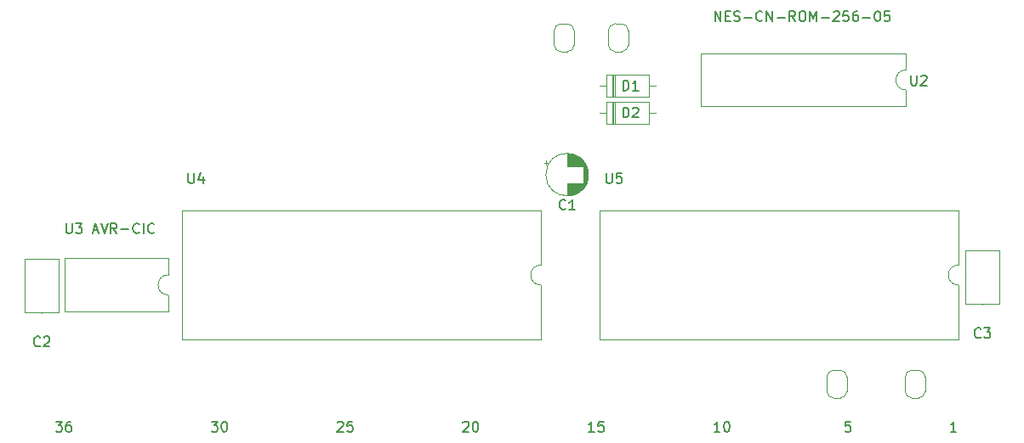
<source format=gbr>
%TF.GenerationSoftware,KiCad,Pcbnew,(5.1.9)-1*%
%TF.CreationDate,2022-04-25T20:02:03-07:00*%
%TF.ProjectId,NES-CN-ROM-256-05,4e45532d-434e-42d5-924f-4d2d3235362d,v01*%
%TF.SameCoordinates,Original*%
%TF.FileFunction,Legend,Top*%
%TF.FilePolarity,Positive*%
%FSLAX46Y46*%
G04 Gerber Fmt 4.6, Leading zero omitted, Abs format (unit mm)*
G04 Created by KiCad (PCBNEW (5.1.9)-1) date 2022-04-25 20:02:03*
%MOMM*%
%LPD*%
G01*
G04 APERTURE LIST*
%ADD10C,0.150000*%
%ADD11C,0.120000*%
G04 APERTURE END LIST*
D10*
X183809523Y-72252380D02*
X183809523Y-71252380D01*
X184380952Y-72252380D01*
X184380952Y-71252380D01*
X184857142Y-71728571D02*
X185190476Y-71728571D01*
X185333333Y-72252380D02*
X184857142Y-72252380D01*
X184857142Y-71252380D01*
X185333333Y-71252380D01*
X185714285Y-72204761D02*
X185857142Y-72252380D01*
X186095238Y-72252380D01*
X186190476Y-72204761D01*
X186238095Y-72157142D01*
X186285714Y-72061904D01*
X186285714Y-71966666D01*
X186238095Y-71871428D01*
X186190476Y-71823809D01*
X186095238Y-71776190D01*
X185904761Y-71728571D01*
X185809523Y-71680952D01*
X185761904Y-71633333D01*
X185714285Y-71538095D01*
X185714285Y-71442857D01*
X185761904Y-71347619D01*
X185809523Y-71300000D01*
X185904761Y-71252380D01*
X186142857Y-71252380D01*
X186285714Y-71300000D01*
X186714285Y-71871428D02*
X187476190Y-71871428D01*
X188523809Y-72157142D02*
X188476190Y-72204761D01*
X188333333Y-72252380D01*
X188238095Y-72252380D01*
X188095238Y-72204761D01*
X188000000Y-72109523D01*
X187952380Y-72014285D01*
X187904761Y-71823809D01*
X187904761Y-71680952D01*
X187952380Y-71490476D01*
X188000000Y-71395238D01*
X188095238Y-71300000D01*
X188238095Y-71252380D01*
X188333333Y-71252380D01*
X188476190Y-71300000D01*
X188523809Y-71347619D01*
X188952380Y-72252380D02*
X188952380Y-71252380D01*
X189523809Y-72252380D01*
X189523809Y-71252380D01*
X190000000Y-71871428D02*
X190761904Y-71871428D01*
X191809523Y-72252380D02*
X191476190Y-71776190D01*
X191238095Y-72252380D02*
X191238095Y-71252380D01*
X191619047Y-71252380D01*
X191714285Y-71300000D01*
X191761904Y-71347619D01*
X191809523Y-71442857D01*
X191809523Y-71585714D01*
X191761904Y-71680952D01*
X191714285Y-71728571D01*
X191619047Y-71776190D01*
X191238095Y-71776190D01*
X192428571Y-71252380D02*
X192619047Y-71252380D01*
X192714285Y-71300000D01*
X192809523Y-71395238D01*
X192857142Y-71585714D01*
X192857142Y-71919047D01*
X192809523Y-72109523D01*
X192714285Y-72204761D01*
X192619047Y-72252380D01*
X192428571Y-72252380D01*
X192333333Y-72204761D01*
X192238095Y-72109523D01*
X192190476Y-71919047D01*
X192190476Y-71585714D01*
X192238095Y-71395238D01*
X192333333Y-71300000D01*
X192428571Y-71252380D01*
X193285714Y-72252380D02*
X193285714Y-71252380D01*
X193619047Y-71966666D01*
X193952380Y-71252380D01*
X193952380Y-72252380D01*
X194428571Y-71871428D02*
X195190476Y-71871428D01*
X195619047Y-71347619D02*
X195666666Y-71300000D01*
X195761904Y-71252380D01*
X196000000Y-71252380D01*
X196095238Y-71300000D01*
X196142857Y-71347619D01*
X196190476Y-71442857D01*
X196190476Y-71538095D01*
X196142857Y-71680952D01*
X195571428Y-72252380D01*
X196190476Y-72252380D01*
X197095238Y-71252380D02*
X196619047Y-71252380D01*
X196571428Y-71728571D01*
X196619047Y-71680952D01*
X196714285Y-71633333D01*
X196952380Y-71633333D01*
X197047619Y-71680952D01*
X197095238Y-71728571D01*
X197142857Y-71823809D01*
X197142857Y-72061904D01*
X197095238Y-72157142D01*
X197047619Y-72204761D01*
X196952380Y-72252380D01*
X196714285Y-72252380D01*
X196619047Y-72204761D01*
X196571428Y-72157142D01*
X198000000Y-71252380D02*
X197809523Y-71252380D01*
X197714285Y-71300000D01*
X197666666Y-71347619D01*
X197571428Y-71490476D01*
X197523809Y-71680952D01*
X197523809Y-72061904D01*
X197571428Y-72157142D01*
X197619047Y-72204761D01*
X197714285Y-72252380D01*
X197904761Y-72252380D01*
X198000000Y-72204761D01*
X198047619Y-72157142D01*
X198095238Y-72061904D01*
X198095238Y-71823809D01*
X198047619Y-71728571D01*
X198000000Y-71680952D01*
X197904761Y-71633333D01*
X197714285Y-71633333D01*
X197619047Y-71680952D01*
X197571428Y-71728571D01*
X197523809Y-71823809D01*
X198523809Y-71871428D02*
X199285714Y-71871428D01*
X199952380Y-71252380D02*
X200047619Y-71252380D01*
X200142857Y-71300000D01*
X200190476Y-71347619D01*
X200238095Y-71442857D01*
X200285714Y-71633333D01*
X200285714Y-71871428D01*
X200238095Y-72061904D01*
X200190476Y-72157142D01*
X200142857Y-72204761D01*
X200047619Y-72252380D01*
X199952380Y-72252380D01*
X199857142Y-72204761D01*
X199809523Y-72157142D01*
X199761904Y-72061904D01*
X199714285Y-71871428D01*
X199714285Y-71633333D01*
X199761904Y-71442857D01*
X199809523Y-71347619D01*
X199857142Y-71300000D01*
X199952380Y-71252380D01*
X201190476Y-71252380D02*
X200714285Y-71252380D01*
X200666666Y-71728571D01*
X200714285Y-71680952D01*
X200809523Y-71633333D01*
X201047619Y-71633333D01*
X201142857Y-71680952D01*
X201190476Y-71728571D01*
X201238095Y-71823809D01*
X201238095Y-72061904D01*
X201190476Y-72157142D01*
X201142857Y-72204761D01*
X201047619Y-72252380D01*
X200809523Y-72252380D01*
X200714285Y-72204761D01*
X200666666Y-72157142D01*
X118190476Y-112202380D02*
X118809523Y-112202380D01*
X118476190Y-112583333D01*
X118619047Y-112583333D01*
X118714285Y-112630952D01*
X118761904Y-112678571D01*
X118809523Y-112773809D01*
X118809523Y-113011904D01*
X118761904Y-113107142D01*
X118714285Y-113154761D01*
X118619047Y-113202380D01*
X118333333Y-113202380D01*
X118238095Y-113154761D01*
X118190476Y-113107142D01*
X119666666Y-112202380D02*
X119476190Y-112202380D01*
X119380952Y-112250000D01*
X119333333Y-112297619D01*
X119238095Y-112440476D01*
X119190476Y-112630952D01*
X119190476Y-113011904D01*
X119238095Y-113107142D01*
X119285714Y-113154761D01*
X119380952Y-113202380D01*
X119571428Y-113202380D01*
X119666666Y-113154761D01*
X119714285Y-113107142D01*
X119761904Y-113011904D01*
X119761904Y-112773809D01*
X119714285Y-112678571D01*
X119666666Y-112630952D01*
X119571428Y-112583333D01*
X119380952Y-112583333D01*
X119285714Y-112630952D01*
X119238095Y-112678571D01*
X119190476Y-112773809D01*
X133690476Y-112202380D02*
X134309523Y-112202380D01*
X133976190Y-112583333D01*
X134119047Y-112583333D01*
X134214285Y-112630952D01*
X134261904Y-112678571D01*
X134309523Y-112773809D01*
X134309523Y-113011904D01*
X134261904Y-113107142D01*
X134214285Y-113154761D01*
X134119047Y-113202380D01*
X133833333Y-113202380D01*
X133738095Y-113154761D01*
X133690476Y-113107142D01*
X134928571Y-112202380D02*
X135023809Y-112202380D01*
X135119047Y-112250000D01*
X135166666Y-112297619D01*
X135214285Y-112392857D01*
X135261904Y-112583333D01*
X135261904Y-112821428D01*
X135214285Y-113011904D01*
X135166666Y-113107142D01*
X135119047Y-113154761D01*
X135023809Y-113202380D01*
X134928571Y-113202380D01*
X134833333Y-113154761D01*
X134785714Y-113107142D01*
X134738095Y-113011904D01*
X134690476Y-112821428D01*
X134690476Y-112583333D01*
X134738095Y-112392857D01*
X134785714Y-112297619D01*
X134833333Y-112250000D01*
X134928571Y-112202380D01*
X146238095Y-112297619D02*
X146285714Y-112250000D01*
X146380952Y-112202380D01*
X146619047Y-112202380D01*
X146714285Y-112250000D01*
X146761904Y-112297619D01*
X146809523Y-112392857D01*
X146809523Y-112488095D01*
X146761904Y-112630952D01*
X146190476Y-113202380D01*
X146809523Y-113202380D01*
X147714285Y-112202380D02*
X147238095Y-112202380D01*
X147190476Y-112678571D01*
X147238095Y-112630952D01*
X147333333Y-112583333D01*
X147571428Y-112583333D01*
X147666666Y-112630952D01*
X147714285Y-112678571D01*
X147761904Y-112773809D01*
X147761904Y-113011904D01*
X147714285Y-113107142D01*
X147666666Y-113154761D01*
X147571428Y-113202380D01*
X147333333Y-113202380D01*
X147238095Y-113154761D01*
X147190476Y-113107142D01*
X158738095Y-112297619D02*
X158785714Y-112250000D01*
X158880952Y-112202380D01*
X159119047Y-112202380D01*
X159214285Y-112250000D01*
X159261904Y-112297619D01*
X159309523Y-112392857D01*
X159309523Y-112488095D01*
X159261904Y-112630952D01*
X158690476Y-113202380D01*
X159309523Y-113202380D01*
X159928571Y-112202380D02*
X160023809Y-112202380D01*
X160119047Y-112250000D01*
X160166666Y-112297619D01*
X160214285Y-112392857D01*
X160261904Y-112583333D01*
X160261904Y-112821428D01*
X160214285Y-113011904D01*
X160166666Y-113107142D01*
X160119047Y-113154761D01*
X160023809Y-113202380D01*
X159928571Y-113202380D01*
X159833333Y-113154761D01*
X159785714Y-113107142D01*
X159738095Y-113011904D01*
X159690476Y-112821428D01*
X159690476Y-112583333D01*
X159738095Y-112392857D01*
X159785714Y-112297619D01*
X159833333Y-112250000D01*
X159928571Y-112202380D01*
X171809523Y-113202380D02*
X171238095Y-113202380D01*
X171523809Y-113202380D02*
X171523809Y-112202380D01*
X171428571Y-112345238D01*
X171333333Y-112440476D01*
X171238095Y-112488095D01*
X172714285Y-112202380D02*
X172238095Y-112202380D01*
X172190476Y-112678571D01*
X172238095Y-112630952D01*
X172333333Y-112583333D01*
X172571428Y-112583333D01*
X172666666Y-112630952D01*
X172714285Y-112678571D01*
X172761904Y-112773809D01*
X172761904Y-113011904D01*
X172714285Y-113107142D01*
X172666666Y-113154761D01*
X172571428Y-113202380D01*
X172333333Y-113202380D01*
X172238095Y-113154761D01*
X172190476Y-113107142D01*
X184309523Y-113202380D02*
X183738095Y-113202380D01*
X184023809Y-113202380D02*
X184023809Y-112202380D01*
X183928571Y-112345238D01*
X183833333Y-112440476D01*
X183738095Y-112488095D01*
X184928571Y-112202380D02*
X185023809Y-112202380D01*
X185119047Y-112250000D01*
X185166666Y-112297619D01*
X185214285Y-112392857D01*
X185261904Y-112583333D01*
X185261904Y-112821428D01*
X185214285Y-113011904D01*
X185166666Y-113107142D01*
X185119047Y-113154761D01*
X185023809Y-113202380D01*
X184928571Y-113202380D01*
X184833333Y-113154761D01*
X184785714Y-113107142D01*
X184738095Y-113011904D01*
X184690476Y-112821428D01*
X184690476Y-112583333D01*
X184738095Y-112392857D01*
X184785714Y-112297619D01*
X184833333Y-112250000D01*
X184928571Y-112202380D01*
X207835714Y-113202380D02*
X207264285Y-113202380D01*
X207550000Y-113202380D02*
X207550000Y-112202380D01*
X207454761Y-112345238D01*
X207359523Y-112440476D01*
X207264285Y-112488095D01*
X197288095Y-112202380D02*
X196811904Y-112202380D01*
X196764285Y-112678571D01*
X196811904Y-112630952D01*
X196907142Y-112583333D01*
X197145238Y-112583333D01*
X197240476Y-112630952D01*
X197288095Y-112678571D01*
X197335714Y-112773809D01*
X197335714Y-113011904D01*
X197288095Y-113107142D01*
X197240476Y-113154761D01*
X197145238Y-113202380D01*
X196907142Y-113202380D01*
X196811904Y-113154761D01*
X196764285Y-113107142D01*
X121926190Y-93116666D02*
X122402380Y-93116666D01*
X121830952Y-93402380D02*
X122164285Y-92402380D01*
X122497619Y-93402380D01*
X122688095Y-92402380D02*
X123021428Y-93402380D01*
X123354761Y-92402380D01*
X124259523Y-93402380D02*
X123926190Y-92926190D01*
X123688095Y-93402380D02*
X123688095Y-92402380D01*
X124069047Y-92402380D01*
X124164285Y-92450000D01*
X124211904Y-92497619D01*
X124259523Y-92592857D01*
X124259523Y-92735714D01*
X124211904Y-92830952D01*
X124164285Y-92878571D01*
X124069047Y-92926190D01*
X123688095Y-92926190D01*
X124688095Y-93021428D02*
X125450000Y-93021428D01*
X126497619Y-93307142D02*
X126450000Y-93354761D01*
X126307142Y-93402380D01*
X126211904Y-93402380D01*
X126069047Y-93354761D01*
X125973809Y-93259523D01*
X125926190Y-93164285D01*
X125878571Y-92973809D01*
X125878571Y-92830952D01*
X125926190Y-92640476D01*
X125973809Y-92545238D01*
X126069047Y-92450000D01*
X126211904Y-92402380D01*
X126307142Y-92402380D01*
X126450000Y-92450000D01*
X126497619Y-92497619D01*
X126926190Y-93402380D02*
X126926190Y-92402380D01*
X127973809Y-93307142D02*
X127926190Y-93354761D01*
X127783333Y-93402380D01*
X127688095Y-93402380D01*
X127545238Y-93354761D01*
X127450000Y-93259523D01*
X127402380Y-93164285D01*
X127354761Y-92973809D01*
X127354761Y-92830952D01*
X127402380Y-92640476D01*
X127450000Y-92545238D01*
X127545238Y-92450000D01*
X127688095Y-92402380D01*
X127783333Y-92402380D01*
X127926190Y-92450000D01*
X127973809Y-92497619D01*
D11*
%TO.C,C1*%
X171220000Y-87550000D02*
G75*
G03*
X171220000Y-87550000I-2120000J0D01*
G01*
X169100000Y-88390000D02*
X169100000Y-89630000D01*
X169100000Y-85470000D02*
X169100000Y-86710000D01*
X169140000Y-88390000D02*
X169140000Y-89630000D01*
X169140000Y-85470000D02*
X169140000Y-86710000D01*
X169180000Y-88390000D02*
X169180000Y-89629000D01*
X169180000Y-85471000D02*
X169180000Y-86710000D01*
X169220000Y-85473000D02*
X169220000Y-86710000D01*
X169220000Y-88390000D02*
X169220000Y-89627000D01*
X169260000Y-85476000D02*
X169260000Y-86710000D01*
X169260000Y-88390000D02*
X169260000Y-89624000D01*
X169300000Y-85479000D02*
X169300000Y-86710000D01*
X169300000Y-88390000D02*
X169300000Y-89621000D01*
X169340000Y-85483000D02*
X169340000Y-86710000D01*
X169340000Y-88390000D02*
X169340000Y-89617000D01*
X169380000Y-85488000D02*
X169380000Y-86710000D01*
X169380000Y-88390000D02*
X169380000Y-89612000D01*
X169420000Y-85494000D02*
X169420000Y-86710000D01*
X169420000Y-88390000D02*
X169420000Y-89606000D01*
X169460000Y-85500000D02*
X169460000Y-86710000D01*
X169460000Y-88390000D02*
X169460000Y-89600000D01*
X169500000Y-85508000D02*
X169500000Y-86710000D01*
X169500000Y-88390000D02*
X169500000Y-89592000D01*
X169540000Y-85516000D02*
X169540000Y-86710000D01*
X169540000Y-88390000D02*
X169540000Y-89584000D01*
X169580000Y-85525000D02*
X169580000Y-86710000D01*
X169580000Y-88390000D02*
X169580000Y-89575000D01*
X169620000Y-85534000D02*
X169620000Y-86710000D01*
X169620000Y-88390000D02*
X169620000Y-89566000D01*
X169660000Y-85545000D02*
X169660000Y-86710000D01*
X169660000Y-88390000D02*
X169660000Y-89555000D01*
X169700000Y-85556000D02*
X169700000Y-86710000D01*
X169700000Y-88390000D02*
X169700000Y-89544000D01*
X169740000Y-85568000D02*
X169740000Y-86710000D01*
X169740000Y-88390000D02*
X169740000Y-89532000D01*
X169780000Y-85582000D02*
X169780000Y-86710000D01*
X169780000Y-88390000D02*
X169780000Y-89518000D01*
X169821000Y-85596000D02*
X169821000Y-86710000D01*
X169821000Y-88390000D02*
X169821000Y-89504000D01*
X169861000Y-85610000D02*
X169861000Y-86710000D01*
X169861000Y-88390000D02*
X169861000Y-89490000D01*
X169901000Y-85626000D02*
X169901000Y-86710000D01*
X169901000Y-88390000D02*
X169901000Y-89474000D01*
X169941000Y-85643000D02*
X169941000Y-86710000D01*
X169941000Y-88390000D02*
X169941000Y-89457000D01*
X169981000Y-85661000D02*
X169981000Y-86710000D01*
X169981000Y-88390000D02*
X169981000Y-89439000D01*
X170021000Y-85680000D02*
X170021000Y-86710000D01*
X170021000Y-88390000D02*
X170021000Y-89420000D01*
X170061000Y-85699000D02*
X170061000Y-86710000D01*
X170061000Y-88390000D02*
X170061000Y-89401000D01*
X170101000Y-85720000D02*
X170101000Y-86710000D01*
X170101000Y-88390000D02*
X170101000Y-89380000D01*
X170141000Y-85742000D02*
X170141000Y-86710000D01*
X170141000Y-88390000D02*
X170141000Y-89358000D01*
X170181000Y-85765000D02*
X170181000Y-86710000D01*
X170181000Y-88390000D02*
X170181000Y-89335000D01*
X170221000Y-85790000D02*
X170221000Y-86710000D01*
X170221000Y-88390000D02*
X170221000Y-89310000D01*
X170261000Y-85815000D02*
X170261000Y-86710000D01*
X170261000Y-88390000D02*
X170261000Y-89285000D01*
X170301000Y-85842000D02*
X170301000Y-86710000D01*
X170301000Y-88390000D02*
X170301000Y-89258000D01*
X170341000Y-85870000D02*
X170341000Y-86710000D01*
X170341000Y-88390000D02*
X170341000Y-89230000D01*
X170381000Y-85900000D02*
X170381000Y-86710000D01*
X170381000Y-88390000D02*
X170381000Y-89200000D01*
X170421000Y-85931000D02*
X170421000Y-86710000D01*
X170421000Y-88390000D02*
X170421000Y-89169000D01*
X170461000Y-85963000D02*
X170461000Y-86710000D01*
X170461000Y-88390000D02*
X170461000Y-89137000D01*
X170501000Y-85998000D02*
X170501000Y-86710000D01*
X170501000Y-88390000D02*
X170501000Y-89102000D01*
X170541000Y-86034000D02*
X170541000Y-86710000D01*
X170541000Y-88390000D02*
X170541000Y-89066000D01*
X170581000Y-86072000D02*
X170581000Y-86710000D01*
X170581000Y-88390000D02*
X170581000Y-89028000D01*
X170621000Y-86112000D02*
X170621000Y-86710000D01*
X170621000Y-88390000D02*
X170621000Y-88988000D01*
X170661000Y-86154000D02*
X170661000Y-86710000D01*
X170661000Y-88390000D02*
X170661000Y-88946000D01*
X170701000Y-86199000D02*
X170701000Y-88901000D01*
X170741000Y-86246000D02*
X170741000Y-88854000D01*
X170781000Y-86296000D02*
X170781000Y-88804000D01*
X170821000Y-86350000D02*
X170821000Y-88750000D01*
X170861000Y-86408000D02*
X170861000Y-88692000D01*
X170901000Y-86470000D02*
X170901000Y-88630000D01*
X170941000Y-86537000D02*
X170941000Y-88563000D01*
X170981000Y-86610000D02*
X170981000Y-88490000D01*
X171021000Y-86691000D02*
X171021000Y-88409000D01*
X171061000Y-86782000D02*
X171061000Y-88318000D01*
X171101000Y-86886000D02*
X171101000Y-88214000D01*
X171141000Y-87013000D02*
X171141000Y-88087000D01*
X171181000Y-87180000D02*
X171181000Y-87920000D01*
X166830199Y-86355000D02*
X167230199Y-86355000D01*
X167030199Y-86155000D02*
X167030199Y-86555000D01*
%TO.C,C2*%
X116800000Y-95940000D02*
X116800000Y-95980000D01*
X116800000Y-101360000D02*
X116800000Y-101320000D01*
X115130000Y-95980000D02*
X115130000Y-101320000D01*
X118470000Y-95980000D02*
X115130000Y-95980000D01*
X118470000Y-101320000D02*
X118470000Y-95980000D01*
X115130000Y-101320000D02*
X118470000Y-101320000D01*
%TO.C,C3*%
X208780000Y-100470000D02*
X212120000Y-100470000D01*
X212120000Y-100470000D02*
X212120000Y-95130000D01*
X212120000Y-95130000D02*
X208780000Y-95130000D01*
X208780000Y-95130000D02*
X208780000Y-100470000D01*
X210450000Y-100510000D02*
X210450000Y-100470000D01*
X210450000Y-95090000D02*
X210450000Y-95130000D01*
%TO.C,D1*%
X173590000Y-77580000D02*
X173590000Y-79820000D01*
X173830000Y-77580000D02*
X173830000Y-79820000D01*
X173710000Y-77580000D02*
X173710000Y-79820000D01*
X177880000Y-78700000D02*
X177230000Y-78700000D01*
X172340000Y-78700000D02*
X172990000Y-78700000D01*
X177230000Y-77580000D02*
X172990000Y-77580000D01*
X177230000Y-79820000D02*
X177230000Y-77580000D01*
X172990000Y-79820000D02*
X177230000Y-79820000D01*
X172990000Y-77580000D02*
X172990000Y-79820000D01*
%TO.C,D2*%
X172990000Y-80280000D02*
X172990000Y-82520000D01*
X172990000Y-82520000D02*
X177230000Y-82520000D01*
X177230000Y-82520000D02*
X177230000Y-80280000D01*
X177230000Y-80280000D02*
X172990000Y-80280000D01*
X172340000Y-81400000D02*
X172990000Y-81400000D01*
X177880000Y-81400000D02*
X177230000Y-81400000D01*
X173710000Y-80280000D02*
X173710000Y-82520000D01*
X173830000Y-80280000D02*
X173830000Y-82520000D01*
X173590000Y-80280000D02*
X173590000Y-82520000D01*
%TO.C,U2*%
X202830000Y-80760000D02*
X202830000Y-79110000D01*
X182390000Y-80760000D02*
X202830000Y-80760000D01*
X182390000Y-75460000D02*
X182390000Y-80760000D01*
X202830000Y-75460000D02*
X182390000Y-75460000D01*
X202830000Y-77110000D02*
X202830000Y-75460000D01*
X202830000Y-79110000D02*
G75*
G02*
X202830000Y-77110000I0J1000000D01*
G01*
%TO.C,U3*%
X129380000Y-97560000D02*
X129380000Y-95910000D01*
X129380000Y-95910000D02*
X119100000Y-95910000D01*
X119100000Y-95910000D02*
X119100000Y-101210000D01*
X119100000Y-101210000D02*
X129380000Y-101210000D01*
X129380000Y-101210000D02*
X129380000Y-99560000D01*
X129380000Y-99560000D02*
G75*
G02*
X129380000Y-97560000I0J1000000D01*
G01*
%TO.C,U4*%
X166480000Y-96570000D02*
X166480000Y-91110000D01*
X166480000Y-91110000D02*
X130800000Y-91110000D01*
X130800000Y-91110000D02*
X130800000Y-104030000D01*
X130800000Y-104030000D02*
X166480000Y-104030000D01*
X166480000Y-104030000D02*
X166480000Y-98570000D01*
X166480000Y-98570000D02*
G75*
G02*
X166480000Y-96570000I0J1000000D01*
G01*
%TO.C,U5*%
X208050000Y-104030000D02*
X208050000Y-98570000D01*
X172370000Y-104030000D02*
X208050000Y-104030000D01*
X172370000Y-91110000D02*
X172370000Y-104030000D01*
X208050000Y-91110000D02*
X172370000Y-91110000D01*
X208050000Y-96570000D02*
X208050000Y-91110000D01*
X208050000Y-98570000D02*
G75*
G02*
X208050000Y-96570000I0J1000000D01*
G01*
%TO.C,JP1*%
X196250000Y-109850000D02*
X195650000Y-109850000D01*
X196950000Y-107750000D02*
X196950000Y-109150000D01*
X195650000Y-107050000D02*
X196250000Y-107050000D01*
X194950000Y-109150000D02*
X194950000Y-107750000D01*
X194950000Y-107750000D02*
G75*
G02*
X195650000Y-107050000I700000J0D01*
G01*
X196250000Y-107050000D02*
G75*
G02*
X196950000Y-107750000I0J-700000D01*
G01*
X196950000Y-109150000D02*
G75*
G02*
X196250000Y-109850000I-700000J0D01*
G01*
X195650000Y-109850000D02*
G75*
G02*
X194950000Y-109150000I0J700000D01*
G01*
%TO.C,JP2*%
X204050000Y-109850000D02*
X203450000Y-109850000D01*
X204750000Y-107750000D02*
X204750000Y-109150000D01*
X203450000Y-107050000D02*
X204050000Y-107050000D01*
X202750000Y-109150000D02*
X202750000Y-107750000D01*
X202750000Y-107750000D02*
G75*
G02*
X203450000Y-107050000I700000J0D01*
G01*
X204050000Y-107050000D02*
G75*
G02*
X204750000Y-107750000I0J-700000D01*
G01*
X204750000Y-109150000D02*
G75*
G02*
X204050000Y-109850000I-700000J0D01*
G01*
X203450000Y-109850000D02*
G75*
G02*
X202750000Y-109150000I0J700000D01*
G01*
%TO.C,JP3*%
X169100000Y-75300000D02*
X168500000Y-75300000D01*
X169800000Y-73200000D02*
X169800000Y-74600000D01*
X168500000Y-72500000D02*
X169100000Y-72500000D01*
X167800000Y-74600000D02*
X167800000Y-73200000D01*
X167800000Y-73200000D02*
G75*
G02*
X168500000Y-72500000I700000J0D01*
G01*
X169100000Y-72500000D02*
G75*
G02*
X169800000Y-73200000I0J-700000D01*
G01*
X169800000Y-74600000D02*
G75*
G02*
X169100000Y-75300000I-700000J0D01*
G01*
X168500000Y-75300000D02*
G75*
G02*
X167800000Y-74600000I0J700000D01*
G01*
%TO.C,JP4*%
X174500000Y-75300000D02*
X173900000Y-75300000D01*
X175200000Y-73200000D02*
X175200000Y-74600000D01*
X173900000Y-72500000D02*
X174500000Y-72500000D01*
X173200000Y-74600000D02*
X173200000Y-73200000D01*
X173200000Y-73200000D02*
G75*
G02*
X173900000Y-72500000I700000J0D01*
G01*
X174500000Y-72500000D02*
G75*
G02*
X175200000Y-73200000I0J-700000D01*
G01*
X175200000Y-74600000D02*
G75*
G02*
X174500000Y-75300000I-700000J0D01*
G01*
X173900000Y-75300000D02*
G75*
G02*
X173200000Y-74600000I0J700000D01*
G01*
%TO.C,C1*%
D10*
X168933333Y-90957142D02*
X168885714Y-91004761D01*
X168742857Y-91052380D01*
X168647619Y-91052380D01*
X168504761Y-91004761D01*
X168409523Y-90909523D01*
X168361904Y-90814285D01*
X168314285Y-90623809D01*
X168314285Y-90480952D01*
X168361904Y-90290476D01*
X168409523Y-90195238D01*
X168504761Y-90100000D01*
X168647619Y-90052380D01*
X168742857Y-90052380D01*
X168885714Y-90100000D01*
X168933333Y-90147619D01*
X169885714Y-91052380D02*
X169314285Y-91052380D01*
X169600000Y-91052380D02*
X169600000Y-90052380D01*
X169504761Y-90195238D01*
X169409523Y-90290476D01*
X169314285Y-90338095D01*
%TO.C,C2*%
X116633333Y-104607142D02*
X116585714Y-104654761D01*
X116442857Y-104702380D01*
X116347619Y-104702380D01*
X116204761Y-104654761D01*
X116109523Y-104559523D01*
X116061904Y-104464285D01*
X116014285Y-104273809D01*
X116014285Y-104130952D01*
X116061904Y-103940476D01*
X116109523Y-103845238D01*
X116204761Y-103750000D01*
X116347619Y-103702380D01*
X116442857Y-103702380D01*
X116585714Y-103750000D01*
X116633333Y-103797619D01*
X117014285Y-103797619D02*
X117061904Y-103750000D01*
X117157142Y-103702380D01*
X117395238Y-103702380D01*
X117490476Y-103750000D01*
X117538095Y-103797619D01*
X117585714Y-103892857D01*
X117585714Y-103988095D01*
X117538095Y-104130952D01*
X116966666Y-104702380D01*
X117585714Y-104702380D01*
%TO.C,C3*%
X210283333Y-103757142D02*
X210235714Y-103804761D01*
X210092857Y-103852380D01*
X209997619Y-103852380D01*
X209854761Y-103804761D01*
X209759523Y-103709523D01*
X209711904Y-103614285D01*
X209664285Y-103423809D01*
X209664285Y-103280952D01*
X209711904Y-103090476D01*
X209759523Y-102995238D01*
X209854761Y-102900000D01*
X209997619Y-102852380D01*
X210092857Y-102852380D01*
X210235714Y-102900000D01*
X210283333Y-102947619D01*
X210616666Y-102852380D02*
X211235714Y-102852380D01*
X210902380Y-103233333D01*
X211045238Y-103233333D01*
X211140476Y-103280952D01*
X211188095Y-103328571D01*
X211235714Y-103423809D01*
X211235714Y-103661904D01*
X211188095Y-103757142D01*
X211140476Y-103804761D01*
X211045238Y-103852380D01*
X210759523Y-103852380D01*
X210664285Y-103804761D01*
X210616666Y-103757142D01*
%TO.C,D1*%
X174661904Y-79152380D02*
X174661904Y-78152380D01*
X174900000Y-78152380D01*
X175042857Y-78200000D01*
X175138095Y-78295238D01*
X175185714Y-78390476D01*
X175233333Y-78580952D01*
X175233333Y-78723809D01*
X175185714Y-78914285D01*
X175138095Y-79009523D01*
X175042857Y-79104761D01*
X174900000Y-79152380D01*
X174661904Y-79152380D01*
X176185714Y-79152380D02*
X175614285Y-79152380D01*
X175900000Y-79152380D02*
X175900000Y-78152380D01*
X175804761Y-78295238D01*
X175709523Y-78390476D01*
X175614285Y-78438095D01*
%TO.C,D2*%
X174661904Y-81852380D02*
X174661904Y-80852380D01*
X174900000Y-80852380D01*
X175042857Y-80900000D01*
X175138095Y-80995238D01*
X175185714Y-81090476D01*
X175233333Y-81280952D01*
X175233333Y-81423809D01*
X175185714Y-81614285D01*
X175138095Y-81709523D01*
X175042857Y-81804761D01*
X174900000Y-81852380D01*
X174661904Y-81852380D01*
X175614285Y-80947619D02*
X175661904Y-80900000D01*
X175757142Y-80852380D01*
X175995238Y-80852380D01*
X176090476Y-80900000D01*
X176138095Y-80947619D01*
X176185714Y-81042857D01*
X176185714Y-81138095D01*
X176138095Y-81280952D01*
X175566666Y-81852380D01*
X176185714Y-81852380D01*
%TO.C,U2*%
X203338095Y-77652380D02*
X203338095Y-78461904D01*
X203385714Y-78557142D01*
X203433333Y-78604761D01*
X203528571Y-78652380D01*
X203719047Y-78652380D01*
X203814285Y-78604761D01*
X203861904Y-78557142D01*
X203909523Y-78461904D01*
X203909523Y-77652380D01*
X204338095Y-77747619D02*
X204385714Y-77700000D01*
X204480952Y-77652380D01*
X204719047Y-77652380D01*
X204814285Y-77700000D01*
X204861904Y-77747619D01*
X204909523Y-77842857D01*
X204909523Y-77938095D01*
X204861904Y-78080952D01*
X204290476Y-78652380D01*
X204909523Y-78652380D01*
%TO.C,U3*%
X119238095Y-92402380D02*
X119238095Y-93211904D01*
X119285714Y-93307142D01*
X119333333Y-93354761D01*
X119428571Y-93402380D01*
X119619047Y-93402380D01*
X119714285Y-93354761D01*
X119761904Y-93307142D01*
X119809523Y-93211904D01*
X119809523Y-92402380D01*
X120190476Y-92402380D02*
X120809523Y-92402380D01*
X120476190Y-92783333D01*
X120619047Y-92783333D01*
X120714285Y-92830952D01*
X120761904Y-92878571D01*
X120809523Y-92973809D01*
X120809523Y-93211904D01*
X120761904Y-93307142D01*
X120714285Y-93354761D01*
X120619047Y-93402380D01*
X120333333Y-93402380D01*
X120238095Y-93354761D01*
X120190476Y-93307142D01*
%TO.C,U4*%
X131388095Y-87402380D02*
X131388095Y-88211904D01*
X131435714Y-88307142D01*
X131483333Y-88354761D01*
X131578571Y-88402380D01*
X131769047Y-88402380D01*
X131864285Y-88354761D01*
X131911904Y-88307142D01*
X131959523Y-88211904D01*
X131959523Y-87402380D01*
X132864285Y-87735714D02*
X132864285Y-88402380D01*
X132626190Y-87354761D02*
X132388095Y-88069047D01*
X133007142Y-88069047D01*
%TO.C,U5*%
X172988095Y-87402380D02*
X172988095Y-88211904D01*
X173035714Y-88307142D01*
X173083333Y-88354761D01*
X173178571Y-88402380D01*
X173369047Y-88402380D01*
X173464285Y-88354761D01*
X173511904Y-88307142D01*
X173559523Y-88211904D01*
X173559523Y-87402380D01*
X174511904Y-87402380D02*
X174035714Y-87402380D01*
X173988095Y-87878571D01*
X174035714Y-87830952D01*
X174130952Y-87783333D01*
X174369047Y-87783333D01*
X174464285Y-87830952D01*
X174511904Y-87878571D01*
X174559523Y-87973809D01*
X174559523Y-88211904D01*
X174511904Y-88307142D01*
X174464285Y-88354761D01*
X174369047Y-88402380D01*
X174130952Y-88402380D01*
X174035714Y-88354761D01*
X173988095Y-88307142D01*
%TD*%
M02*

</source>
